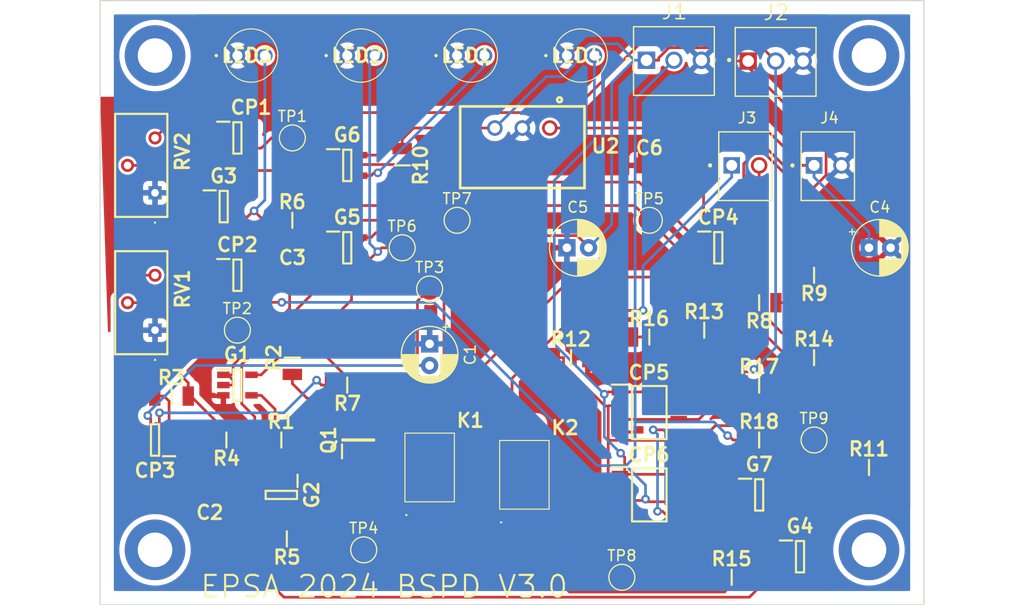
<source format=kicad_pcb>
(kicad_pcb (version 20240108) (generator "pcbnew") (generator_version "8.0")
  (layers (0 "F.Cu" signal) (31 "B.Cu" signal) (34 "B.Paste" user) (35 "F.Paste" user) (36 "B.SilkS" user "B.Silkscreen") (37 "F.SilkS" user "F.Silkscreen") (38 "B.Mask" user) (39 "F.Mask" user) (44 "Edge.Cuts" user))
  (net 0 "")
  (net 1 "GND")
  (net 2 "Net-(CP3-IN+)")
  (net 3 "Net-(CP3-IN-)")
  (net 4 "Net-(CP4-IN+)")
  (net 5 "+12V")
  (net 6 "+5V")
  (net 7 "Net-(CP1-IN-)")
  (net 8 "Current Sensor")
  (net 9 "Net-(CP1-OUT)")
  (net 10 "Net-(CP2-IN-)")
  (net 11 "BPS signal")
  (net 12 "Net-(CP2-OUT)")
  (net 13 "Net-(CP3-OUT)")
  (net 14 "Net-(CP4-OUT)")
  (net 15 "Net-(CP4-IN-)")
  (net 16 "SCS Check")
  (net 17 "0.75V")
  (net 18 "4.2V")
  (net 19 "Intput w{slash} 50msdelay")
  (net 20 "Net-(G1-Pad4)")
  (net 21 "BSPD out")
  (net 22 "Net-(G2-Pad4)")
  (net 23 "Net-(LED3-A)")
  (net 24 "Net-(G4-Pad4)")
  (net 25 "Net-(G7-Pad4)")
  (net 26 "SC out")
  (net 27 "SC in")
  (net 28 "SCS relay")
  (net 29 "Net-(K1-+_CONTROL)")
  (net 30 "Net-(K2-+_CONTROL)")
  (net 31 "Net-(Q1-Pad3)")
  (net 32 "/4.25V")
  (footprint "MountingHole:MountingHole_3.2mm_M3_DIN965_Pad" (layer "F.Cu") (at 88.9 66.04)
    (property "Reference" "M4" (hide yes))
    (property "Value" "MountingHole_3.2mm_M3_DIN965_Pad")
  )
  (footprint "EPSA_lib:RESC3216X70N" (layer "F.Cu") (at 35.052 65.024 180)
    (property "Reference" "R5")
    (property "Value" "470" (hide yes))
  )
  (footprint "MountingHole:MountingHole_3.2mm_M3_DIN965_Pad" (layer "F.Cu") (at 22.86 66.04)
    (property "Reference" "M3" (hide yes))
    (property "Value" "MountingHole_3.2mm_M3_DIN965_Pad")
  )
  (footprint "EPSA_lib:SOT95P280X145-5N" (layer "F.Cu") (at 40.64 30.48)
    (property "Reference" "G6")
    (property "Value" "Gate AND SN74AHCT1G08DBVR" (hide yes))
  )
  (footprint "EPSA_lib:RESC3216X70N" (layer "F.Cu") (at 83.82 48.26)
    (property "Reference" "R14")
    (property "Value" "82K" (hide yes))
  )
  (footprint "TestPoint:TestPoint_Pad_D2.0mm" (layer "F.Cu") (at 35.56 27.94)
    (property "Reference" "TP1")
    (property "Value" "type=\"R\" model=\"TestPoint\" lib=\"\"" (hide yes))
  )
  (footprint "EPSA_lib:SOT95P280X145-5N" (layer "F.Cu") (at 22.86 55.88 180)
    (property "Reference" "CP3")
    (property "Value" "Comparateur TS391ILT" (hide yes))
  )
  (footprint "EPSA_lib:SOT95P280X145-5N" (layer "F.Cu") (at 74.96 38.1)
    (property "Reference" "CP4")
    (property "Value" "Comparateur TS391ILT" (hide yes))
  )
  (footprint "EPSA_lib:RESC3216X70N" (layer "F.Cu") (at 24.384 51.816)
    (property "Reference" "R3")
    (property "Value" "10k" (hide yes))
  )
  (footprint "EPSA_lib:SOT95P280X145-5N" (layer "F.Cu") (at 30.48 40.64)
    (property "Reference" "CP2")
    (property "Value" "Comparateur TS391ILT" (hide yes))
  )
  (footprint "EPSA_lib:SOT95P280X145-5N" (layer "F.Cu") (at 34.544 60.96 -90)
    (property "Reference" "G2")
    (property "Value" "Gate NAND SN74AHCT1G00DBVR" (hide yes))
  )
  (footprint "EPSA_lib:SOT95P280X145-5N" (layer "F.Cu") (at 30.48 27.94)
    (property "Reference" "CP1")
    (property "Value" "Comparateur TS391ILT" (hide yes))
  )
  (footprint "Capacitor_THT:CP_Radial_D5.0mm_P2.00mm" (layer "F.Cu") (at 48.26 46.99 -90)
    (property "Reference" "C1")
    (property "Value" "10u")
  )
  (footprint "EPSA_lib:SOT95P280X145-5N" (layer "F.Cu") (at 29.21 34.29)
    (property "Reference" "G3")
    (property "Value" "Gate AND SN74AHCT1G08DBVR" (hide yes))
  )
  (footprint "EPSA_lib:4302H55V" (layer "F.Cu") (at 40.64 20.32)
    (property "Reference" "LED2")
    (property "Value" "LED 5mm" (hide yes))
  )
  (footprint "EPSA_lib:RESC3216X70N" (layer "F.Cu") (at 35.56 35.56)
    (property "Reference" "R6")
    (property "Value" "1M" (hide yes))
  )
  (footprint "EPSA_lib:RESC3216X70N" (layer "F.Cu") (at 45.72 30.48 -90)
    (property "Reference" "R10")
    (property "Value" "47k" (hide yes))
  )
  (footprint "EPSA_lib:TSR-0.5-2433" (layer "F.Cu") (at 62.5845 25.024 180)
    (property "Reference" "U2")
    (property "Value" "Alim LP TSR_0.5-2450" (hide yes))
  )
  (footprint "EPSA_lib:SOT95P280X145-5N" (layer "F.Cu") (at 40.64 38.1)
    (property "Reference" "G5")
    (property "Value" "Gate OR SN74AHCT1G32DBVR" (hide yes))
  )
  (footprint "EPSA_lib:3296Y1223LF" (layer "F.Cu") (at 22.86 33.02)
    (property "Reference" "RV2")
    (property "Value" "Varystor 3296Y-1-223LF" (hide yes))
  )
  (footprint "Capacitor_THT:CP_Radial_D5.0mm_P2.00mm" (layer "F.Cu") (at 60.96 38.1)
    (property "Reference" "C5")
    (property "Value" "10u")
  )
  (footprint "EPSA_lib:4302H55V" (layer "F.Cu") (at 50.8 20.32)
    (property "Reference" "LED1")
    (property "Value" "LED 5mm" (hide yes))
  )
  (footprint "EPSA_lib:RESC3216X70N" (layer "F.Cu") (at 29.464 55.88 180)
    (property "Reference" "R4")
    (property "Value" "56k" (hide yes))
  )
  (footprint "MountingHole:MountingHole_3.2mm_M3_DIN965_Pad" (layer "F.Cu") (at 22.86 20.32)
    (property "Reference" "M1" (hide yes))
    (property "Value" "MountingHole_3.2mm_M3_DIN965_Pad")
  )
  (footprint "EPSA_lib:RESC3216X70N" (layer "F.Cu") (at 78.74 50.8)
    (property "Reference" "R17")
    (property "Value" "470k" (hide yes))
  )
  (footprint "EPSA_lib:MOLEX_22-11-2022" (layer "F.Cu") (at 83.82 30.48)
    (property "Reference" "J4")
    (property "Value" "2P Droit 2-11-2022")
  )
  (footprint "EPSA_lib:SOT95P280X145-5N" (layer "F.Cu") (at 78.74 60.96)
    (property "Reference" "G7")
    (property "Value" "Gate NAND SN74AHCT1G00DBVR" (hide yes))
  )
  (footprint "EPSA_lib:MOLEX_22-11-2032" (layer "F.Cu") (at 77.724 20.828)
    (property "Reference" "J2")
    (property "Value" "3P Droit 22-11-2032")
  )
  (footprint "TestPoint:TestPoint_Pad_D2.0mm" (layer "F.Cu") (at 83.82 55.88)
    (property "Reference" "TP9")
    (property "Value" "type=\"R\" model=\"TestPoint\" lib=\"\"" (hide yes))
  )
  (footprint "EPSA_lib:RESC3216X70N" (layer "F.Cu") (at 34.544 55.88)
    (property "Reference" "R1")
    (property "Value" "200" (hide yes))
  )
  (footprint "EPSA_lib:RESC3216X70N" (layer "F.Cu") (at 68.58 46.355)
    (property "Reference" "R16")
    (property "Value" "47k" (hide yes))
  )
  (footprint "EPSA_lib:RESC3216X70N" (layer "F.Cu") (at 83.82 40.64 180)
    (property "Reference" "R9")
    (property "Value" "47k" (hide yes))
  )
  (footprint "TestPoint:TestPoint_Pad_D2.0mm" (layer "F.Cu") (at 45.72 38.1)
    (property "Reference" "TP6")
    (property "Value" "type=\"R\" model=\"TestPoint\" lib=\"\"" (hide yes))
  )
  (footprint "MountingHole:MountingHole_3.2mm_M3_DIN965_Pad" (layer "F.Cu") (at 88.9 20.32)
    (property "Reference" "M2" (hide yes))
    (property "Value" "MountingHole_3.2mm_M3_DIN965_Pad")
  )
  (footprint "EPSA_lib:RESC3216X70N" (layer "F.Cu") (at 73.66 45.72)
    (property "Reference" "R13")
    (property "Value" "12K" (hide yes))
  )
  (footprint "TestPoint:TestPoint_Pad_D2.0mm" (layer "F.Cu") (at 30.48 45.72)
    (property "Reference" "TP2")
    (property "Value" "type=\"R\" model=\"TestPoint\" lib=\"\"" (hide yes))
  )
  (footprint "EPSA_lib:RESC3216X70N" (layer "F.Cu") (at 88.9 58.42)
    (property "Reference" "R11")
    (property "Value" "82K" (hide yes))
  )
  (footprint "EPSA_lib:CAPC2012X130N" (layer "F.Cu") (at 27.94 60.96 180)
    (property "Reference" "C2")
    (property "Value" "10n" (hide yes))
  )
  (footprint "EPSA_lib:RESC3216X70N" (layer "F.Cu") (at 76.2 68.58)
    (property "Reference" "R15")
    (property "Value" "470" (hide yes))
  )
  (footprint "EPSA_lib:RESC3216X70N" (layer "F.Cu") (at 61.34 48.26)
    (property "Reference" "R12")
    (property "Value" "12K" (hide yes))
  )
  (footprint "EPSA_lib:4302H55V" (layer "F.Cu") (at 30.48 20.32)
    (property "Reference" "LED3")
    (property "Value" "LED 5mm" (hide yes))
  )
  (footprint "EPSA_lib:RESC3216X70N" (layer "F.Cu") (at 78.74 55.88)
    (property "Reference" "R18")
    (property "Value" "470k" (hide yes))
  )
  (footprint "TestPoint:TestPoint_Pad_D2.0mm" (layer "F.Cu") (at 42.164 66.04)
    (property "Reference" "TP4")
    (property "Value" "type=\"R\" model=\"TestPoint\" lib=\"\"" (hide yes))
  )
  (footprint "EPSA_lib:SOT95P237X112-3N" (layer "F.Cu") (at 41.656 55.88 90)
    (property "Reference" "Q1")
    (property "Value" "PMOS SI2343CDS-T1-GE3" (hide yes))
  )
  (footprint "EPSA_lib:CPC1394GR" (layer "F.Cu") (at 48.26 58.42)
    (property "Reference" "K1")
    (property "Value" "SSR CPC1394GR" (hide yes))
  )
  (footprint "EPSA_lib:SOT95P280X145-5N" (layer "F.Cu") (at 30.48 50.8)
    (property "Reference" "G1")
    (property "Value" "Gate NAND SN74AHCT1G00DBVR" (hide yes))
  )
  (footprint "EPSA_lib:SOT95P280X145-5N" (layer "F.Cu") (at 82.52 66.675)
    (property "Reference" "G4")
    (property "Value" "Gate NAND SN74AHCT1G00DBVR" (hide yes))
  )
  (footprint "EPSA_lib:CAPC2012X130N" (layer "F.Cu") (at 35.56 40.64)
    (property "Reference" "C3")
    (property "Value" "1u" (hide yes))
  )
  (footprint "Capacitor_THT:CP_Radial_D5.0mm_P2.00mm" (layer "F.Cu") (at 88.9 38.1)
    (property "Reference" "C4")
    (property "Value" "10u")
  )
  (footprint "EPSA_lib:CAPC2012X130N" (layer "F.Cu") (at 68.58 30.48)
    (property "Reference" "C6")
    (property "Value" "0.1u" (hide yes))
  )
  (footprint "EPSA_lib:MOLEX_22-11-2032" (layer "F.Cu") (at 68.317 20.753)
    (property "Reference" "J1")
    (property "Value" "3P Droit 22-11-2032")
  )
  (footprint "EPSA_lib:SOIC127P600X175-8N" (layer "F.Cu") (at 68.58 53.34)
    (property "Reference" "CP5")
    (property "Value" "Comparateur Double LM393LVDR" (hide yes))
  )
  (footprint "TestPoint:TestPoint_Pad_D2.0mm" (layer "F.Cu") (at 48.26 41.91)
    (property "Reference" "TP3")
    (property "Value" "type=\"R\" model=\"TestPoint\" lib=\"\"" (hide yes))
  )
  (footprint "TestPoint:TestPoint_Pad_D2.0mm" (layer "F.Cu") (at 66.04 68.58)
    (property "Reference" "TP8")
    (property "Value" "type=\"R\" model=\"TestPoint\" lib=\"\"" (hide yes))
  )
  (footprint "TestPoint:TestPoint_Pad_D2.0mm" (layer "F.Cu") (at 68.58 35.56)
    (property "Reference" "TP5")
    (property "Value" "type=\"R\" model=\"TestPoint\" lib=\"\"" (hide yes))
  )
  (footprint "EPSA_lib:RESC3216X70N" (layer "F.Cu") (at 78.74 43.18 180)
    (property "Reference" "R8")
    (property "Value" "10k" (hide yes))
  )
  (footprint "TestPoint:TestPoint_Pad_D2.0mm" (layer "F.Cu") (at 50.8 35.56)
    (property "Reference" "TP7")
    (property "Value" "type=\"R\" model=\"TestPoint\" lib=\"\"" (hide yes))
  )
  (footprint "EPSA_lib:3296Y1223LF" (layer "F.Cu") (at 22.86 45.72)
    (property "Reference" "RV1")
    (property "Value" "Varystor 3296Y-1-223LF" (hide yes))
  )
  (footprint "EPSA_lib:RESC3216X70N" (layer "F.Cu") (at 35.56 48.26 90)
    (property "Reference" "R2")
    (property "Value" "1M" (hide yes))
  )
  (footprint "EPSA_lib:SOIC127P600X175-8N" (layer "F.Cu") (at 68.58 60.96)
    (property "Reference" "CP6")
    (property "Value" "Comparateur Double LM393LVDR" (hide yes))
  )
  (footprint "EPSA_lib:MOLEX_22-11-2022" (layer "F.Cu") (at 76.2 30.48)
    (property "Reference" "J3")
    (property "Value" "2P Droit 2-11-2022")
  )
  (footprint "EPSA_lib:CPC1394GR" (layer "F.Cu") (at 57.023 59.1)
    (property "Reference" "K2")
    (property "Value" "SSR CPC1394GR" (hide yes))
  )
  (footprint "EPSA_lib:RESC3216X70N" (layer "F.Cu") (at 40.64 50.8 180)
    (property "Reference" "R7")
    (property "Value" "10k" (hide yes))
  )
  (footprint "EPSA_lib:4302H55V" (layer "F.Cu") (at 60.96 20.32)
    (property "Reference" "LED4")
    (property "Value" "LED 5mm" (hide yes))
  )
  (gr_rect (start 17.78 15.24) (end 93.98 71.12) (stroke (width 0.1)) (fill none) (layer "Edge.Cuts"))
  (gr_text "EPSA 2024 BSPD V3.0" (at 26.924 70.612 0) (layer "F.SilkS") (effects (font (size 2 2) (thickness 0.2)) (justify left bottom)))
  (segment (start 44.095 52.0267) (end 47.1317 48.99) (width 0.25) (layer "F.Cu") (net 2))
  (segment (start 47.1317 48.99) (end 47.1317 43.0383) (width 0.25) (layer "F.Cu") (net 2))
  (segment (start 42.606 56.93) (end 42.606 55.9533) (width 0.25) (layer "F.Cu") (net 2))
  (segment (start 42.606 52.0267) (end 42.606 55.9533) (width 0.25) (layer "F.Cu") (net 2))
  (segment (start 47.1317 48.99) (end 48.26 48.99) (width 0.25) (layer "F.Cu") (net 2))
  (segment (start 42.606 52.0267) (end 44.095 52.0267) (width 0.25) (layer "F.Cu") (net 2))
  (segment (start 21.56 54.93) (end 22.4617 54.93) (width 0.25) (layer "F.Cu") (net 2))
  (segment (start 22.1878 53.6275) (end 22.4617 53.9014) (width 0.25) (layer "F.Cu") (net 2))
  (segment (start 22.4617 53.9014) (end 22.4617 54.93) (width 0.25) (layer "F.Cu") (net 2))
  (segment (start 36.925 52.0267) (end 42.606 52.0267) (width 0.25) (layer "F.Cu") (net 2))
  (segment (start 35.56 50.6617) (end 36.925 52.0267) (width 0.25) (layer "F.Cu") (net 2))
  (segment (start 35.56 49.81) (end 35.56 50.6617) (width 0.25) (layer "F.Cu") (net 2))
  (segment (start 47.1317 43.0383) (end 48.26 41.91) (width 0.25) (layer "F.Cu") (net 2))
  (via (at 22.1878 53.6275) (size 0.8) (drill 0.4) (layers "F.Cu" "B.Cu") (net 2))
  (segment (start 22.1878 53.4001) (end 22.1878 53.6275) (width 0.25) (layer "B.Cu") (net 2))
  (segment (start 26.5979 48.99) (end 22.1878 53.4001) (width 0.25) (layer "B.Cu") (net 2))
  (segment (start 48.26 48.99) (end 26.5979 48.99) (width 0.25) (layer "B.Cu") (net 2))
  (segment (start 24.16 54.93) (end 26.1123 54.93) (width 0.25) (layer "F.Cu") (net 3))
  (segment (start 27.914 55.88) (end 27.0623 55.88) (width 0.25) (layer "F.Cu") (net 3))
  (segment (start 27.12 60.96) (end 27.12 57.9007) (width 0.25) (layer "F.Cu") (net 3))
  (segment (start 27.914 55.88) (end 27.914 57.1067) (width 0.25) (layer "F.Cu") (net 3))
  (segment (start 26.1123 54.93) (end 27.0623 55.88) (width 0.25) (layer "F.Cu") (net 3))
  (segment (start 24.16 54.93) (end 24.16 52.2903) (width 0.25) (layer "F.Cu") (net 3))
  (segment (start 24.16 52.2903) (end 23.6857 51.816) (width 0.25) (layer "F.Cu") (net 3))
  (segment (start 22.834 51.816) (end 23.6857 51.816) (width 0.25) (layer "F.Cu") (net 3))
  (segment (start 27.12 57.9007) (end 27.914 57.1067) (width 0.25) (layer "F.Cu") (net 3))
  (segment (start 39.3266 34.1951) (end 67.2151 34.1951) (width 0.25) (layer "F.Cu") (net 4))
  (segment (start 72.6967 39.6767) (end 74.7316 39.6767) (width 0.25) (layer "F.Cu") (net 4))
  (segment (start 68.58 35.56) (end 72.6967 39.6767) (width 0.25) (layer "F.Cu") (net 4))
  (segment (start 67.2151 34.1951) (end 68.58 35.56) (width 0.25) (layer "F.Cu") (net 4))
  (segment (start 74.7316 39.6767) (end 75.3583 39.05) (width 0.25) (layer "F.Cu") (net 4))
  (segment (start 34.74 40.64) (end 34.74 39.1567) (width 0.25) (layer "F.Cu") (net 4))
  (segment (start 37.9617 35.56) (end 39.3266 34.1951) (width 0.25) (layer "F.Cu") (net 4))
  (segment (start 76.26 39.05) (end 75.3583 39.05) (width 0.25) (layer "F.Cu") (net 4))
  (segment (start 37.11 35.56) (end 37.9617 35.56) (width 0.25) (layer "F.Cu") (net 4))
  (segment (start 37.11 35.56) (end 37.11 36.7867) (width 0.25) (layer "F.Cu") (net 4))
  (segment (start 34.74 39.1567) (end 37.11 36.7867) (width 0.25) (layer "F.Cu") (net 4))
  (segment (start 83.82 30.48) (end 82.7283 30.48) (width 0.25) (layer "F.Cu") (net 5))
  (segment (start 79.2723 27.024) (end 59.3745 27.024) (width 0.25) (layer "F.Cu") (net 5))
  (segment (start 82.7283 30.48) (end 79.2723 27.024) (width 0.25) (layer "F.Cu") (net 5))
  (segment (start 88.9 36.6517) (end 88.9 38.1) (width 0.25) (layer "B.Cu") (net 5))
  (segment (start 83.82 30.48) (end 83.82 31.5717) (width 0.25) (layer "B.Cu") (net 5))
  (segment (start 83.82 31.5717) (end 88.9 36.6517) (width 0.25) (layer "B.Cu") (net 5))
  (segment (start 83.1411 32.6047) (end 83.1411 44.7509) (width 0.25) (layer "F.Cu") (net 6))
  (segment (start 30.51 33.34) (end 30.4084 33.34) (width 0.25) (layer "F.Cu") (net 6))
  (segment (start 40.4116 28.9033) (end 41.0383 29.53) (width 0.25) (layer "F.Cu") (net 6))
  (segment (start 21.526 40.64) (end 19.3755 42.7905) (width 0.25) (layer "F.Cu") (net 6))
  (segment (start 75.3608 19.5965) (end 76.5923 20.828) (width 0.25) (layer "F.Cu") (net 6))
  (segment (start 29.597 38.4087) (end 30.8783 39.69) (width 0.25) (layer "F.Cu") (net 6))
  (segment (start 70.393 19.5965) (end 75.3608 19.5965) (width 0.25) (layer "F.Cu") (net 6))
  (segment (start 86.4983 58.42) (end 84.9083 60.01) (width 0.25) (layer "F.Cu") (net 6))
  (segment (start 84.9308 28.6006) (end 84.9308 31.3814) (width 0.25) (layer "F.Cu") (net 6))
  (segment (start 24.8191 49.4743) (end 23.7089 50.5845) (width 0.25) (layer "F.Cu") (net 6))
  (segment (start 46.7743 27.024) (end 45.72 28.0783) (width 0.25) (layer "F.Cu") (net 6))
  (segment (start 41.0383 38.5026) (end 41.0383 42.92) (width 0.25) (layer "F.Cu") (net 6))
  (segment (start 73.5984 30.48) (end 70.2617 30.48) (width 0.25) (layer "F.Cu") (net 6))
  (segment (start 84.7217 60.01) (end 80.9417 60.01) (width 0.25) (layer "F.Cu") (net 6))
  (segment (start 69.4487 20.5408) (end 70.393 19.5965) (width 0.25) (layer "F.Cu") (net 6))
  (segment (start 83.1411 32.6047) (end 79.4164 28.88) (width 0.25) (layer "F.Cu") (net 6))
  (segment (start 45.72 28.93) (end 44.4933 28.93) (width 0.25) (layer "F.Cu") (net 6))
  (segment (start 35.56 46.71) (end 35.56 47.5617) (width 0.25) (layer "F.Cu") (net 6))
  (segment (start 25.934 51.583) (end 29.7574 55.4064) (width 0.25) (layer "F.Cu") (net 6))
  (segment (start 45.72 28.93) (end 45.72 28.0783) (width 0.25) (layer "F.Cu") (net 6))
  (segment (start 71.291 51.435) (end 72.3817 51.435) (width 0.25) (layer "F.Cu") (net 6))
  (segment (start 62.96 38.0279) (end 61.9054 36.9733) (width 0.25) (layer "F.Cu") (net 6))
  (segment (start 31.78 39.69) (end 30.8783 39.69) (width 0.25) (layer "F.Cu") (net 6))
  (segment (start 43.8933 29.53) (end 44.4933 28.93) (width 0.25) (layer "F.Cu") (net 6))
  (segment (start 22.1503 50.5845) (end 20.6583 52.0765) (width 0.25) (layer "F.Cu") (net 6))
  (segment (start 31.4117 31.0502) (end 31.5064 30.9555) (width 0.25) (layer "F.Cu") (net 6))
  (segment (start 30.51 33.34) (end 31.4117 33.34) (width 0.25) (layer "F.Cu") (net 6))
  (segment (start 37.7012 28.9033) (end 40.4116 28.9033) (width 0.25) (layer "F.Cu") (net 6))
  (segment (start 72.11 45.72) (end 72.11 46.9467) (width 0.25) (layer "F.Cu") (net 6))
  (segment (start 41.94 37.15) (end 42.3909 37.15) (width 0.25) (layer "F.Cu") (net 6))
  (segment (start 35.56 47.5617) (end 34.97 47.5617) (width 0.25) (layer "F.Cu") (net 6))
  (segment (start 72.3817 47.2184) (end 72.11 46.9467) (width 0.25) (layer "F.Cu") (net 6))
  (segment (start 71.9442 45.1283) (end 69.1084 45.1283) (width 0.25) (layer "F.Cu") (net 6))
  (segment (start 49.4131 36.7131) (end 43.2786 36.7131) (width 0.25) (layer "F.Cu") (net 6))
  (segment (start 19.3755 47.8097) (end 22.1503 50.5845) (width 0.25) (layer "F.Cu") (net 6))
  (segment (start 29.7574 55.4064) (end 29.7574 57.8344) (width 0.25) (layer "F.Cu") (net 6))
  (segment (start 75.1984 28.88) (end 73.5984 30.48) (width 0.25) (layer "F.Cu") (net 6))
  (segment (start 29.7574 57.8344) (end 33.2813 61.3583) (width 0.25) (layer "F.Cu") (net 6))
  (segment (start 25.934 51.816) (end 25.934 51.583) (width 0.25) (layer "F.Cu") (net 6))
  (segment (start 41.94 29.53) (end 43.8933 29.53) (width 0.25) (layer "F.Cu") (net 6))
  (segment (start 20.6583 52.0765) (end 20.6583 56.83) (width 0.25) (layer "F.Cu") (net 6))
  (segment (start 87.35 58.42) (end 86.4983 58.42) (width 0.25) (layer "F.Cu") (net 6))
  (segment (start 43.2786 36.7131) (end 42.8417 37.15) (width 0.25) (layer "F.Cu") (net 6))
  (segment (start 31.4117 33.34) (end 31.4117 31.0502) (width 0.25) (layer "F.Cu") (net 6))
  (segment (start 68.317 20.753) (end 69.4487 20.753) (width 0.25) (layer "F.Cu") (net 6))
  (segment (start 72.3817 51.435) (end 72.3817 47.2184) (width 0.25) (layer "F.Cu") (net 6))
  (segment (start 80.04 60.01) (end 79.1383 60.01) (width 0.25) (layer "F.Cu") (net 6))
  (segment (start 35.649 30.9555) (end 37.7012 28.9033) (width 0.25) (layer "F.Cu") (net 6))
  (segment (start 89.4434 59.6617) (end 91.0968 59.6617) (width 0.25) (layer "F.Cu") (net 6))
  (segment (start 25.934 51.583) (end 25.934 50.5893) (width 0.25) (layer "F.Cu") (net 6))
  (segment (start 30.8783 39.69) (end 30.8783 43.4151) (width 0.25) (layer "F.Cu") (net 6))
  (segment (start 41.0383 42.92) (end 37.2483 46.71) (width 0.25) (layer "F.Cu") (net 6))
  (segment (start 41.3383 50.8) (end 37.2483 46.71) (width 0.25) (layer "F.Cu") (net 6))
  (segment (start 91.0968 59.6617) (end 91.3017 59.4568) (width 0.25) (layer "F.Cu") (net 6))
  (segment (start 83.1364 47.9471) (end 83.1364 47.1852) (width 0.25) (layer "F.Cu") (net 6))
  (segment (start 34.97 47.5617) (end 32.6817 49.85) (width 0.25) (layer "F.Cu") (net 6))
  (segment (start 83.1364 47.1852) (end 81.9216 45.9704) (width 0.25) (layer "F.Cu") (net 6))
  (segment (start 21.56 56.83) (end 20.6583 56.83) (width 0.25) (layer "F.Cu") (net 6))
  (segment (start 54.2945 27.024) (end 46.7743 27.024) (width 0.25) (layer "F.Cu") (net 6))
  (segment (start 42.19 50.8) (end 41.3383 50.8) (width 0.25) (layer "F.Cu") (net 6))
  (segment (start 77.19 43.18) (end 75.5017 43.18) (width 0.25) (layer "F.Cu") (net 6))
  (segment (start 33.2813 61.3583) (end 35.494 61.3583) (width 0.25) (layer "F.Cu") (net 6))
  (segment (start 77.1582 20.828) (end 84.9308 28.6006) (width 0.25) (layer "F.Cu") (net 6))
  (segment (start 83.82 65.725) (end 84.7217 65.725) (width 0.25) (layer "F.Cu") (net 6))
  (segment (start 69.4487 20.753) (end 69.4487 20.5408) (width 0.25) (layer "F.Cu") (net 6))
  (segment (start 41.94 29.53) (end 41.0383 29.53) (width 0.25) (layer "F.Cu") (net 6))
  (segment (start 77.1582 20.828) (end 76.5923 20.828) (width 0.25) (layer "F.Cu") (net 6))
  (segment (start 22.86 27.94) (end 24.4624 26.3376) (width 0.25) (layer "F.Cu") (net 6))
  (segment (start 22.86 40.64) (end 21.526 40.64) (width 0.25) (layer "F.Cu") (net 6))
  (segment (start 78.1833 59.055) (end 79.1383 60.01) (width 0.25) (layer "F.Cu") (net 6))
  (segment (start 84.9308 31.3814) (end 83.7075 32.6047) (width 0.25) (layer "F.Cu") (net 6))
  (segment (start 77.19 43.18) (end 78.0417 43.18) (width 0.25) (layer "F.Cu") (net 6))
  (segment (start 69.1084 45.1283) (end 67.8817 46.355) (width 0.25) (layer "F.Cu") (net 6))
  (segment (start 72.11 45.72) (end 72.5359 45.72) (width 0.25) (layer "F.Cu") (net 6))
  (segment (start 62.96 38.1) (end 62.96 38.0279) (width 0.25) (layer "F.Cu") (net 6))
  (segment (start 91.3017 59.4568) (end 91.3017 56.1124) (width 0.25) (layer "F.Cu") (net 6))
  (segment (start 31.78 26.99) (end 30.8783 26.99) (width 0.25) (layer "F.Cu") (net 6))
  (segment (start 73.5984 35.3901) (end 75.3583 37.15) (width 0.25) (layer "F.Cu") (net 6))
  (segment (start 31.5064 30.9555) (end 35.649 30.9555) (width 0.25) (layer "F.Cu") (net 6))
  (segment (start 79.4164 28.88) (end 75.1984 28.88) (width 0.25) (layer "F.Cu") (net 6))
  (segment (start 42.3909 37.15) (end 41.0383 38.5026) (width 0.25) (layer "F.Cu") (net 6))
  (segment (start 30.4084 33.34) (end 29.597 34.1514) (width 0.25) (layer "F.Cu") (net 6))
  (segment (start 80.8321 45.9704) (end 78.0417 43.18) (width 0.25) (layer "F.Cu") (net 6))
  (segment (start 30.2259 26.3376) (end 30.8783 26.99) (width 0.25) (layer "F.Cu") (net 6))
  (segment (start 42.3909 37.15) (end 42.8417 37.15) (width 0.25) (layer "F.Cu") (net 6))
  (segment (start 71.291 59.055) (end 78.1833 59.055) (width 0.25) (layer "F.Cu") (net 6))
  (segment (start 84.7217 60.01) (end 84.7217 65.725) (width 0.25) (layer "F.Cu") (net 6))
  (segment (start 61.9054 36.9733) (end 49.6733 36.9733) (width 0.25) (layer "F.Cu") (net 6))
  (segment (start 19.3755 42.7905) (end 19.3755 47.8097) (width 0.25) (layer "F.Cu") (net 6))
  (segment (start 83.1411 44.7509) (end 81.9216 45.9704) (width 0.25) (layer "F.Cu") (net 6))
  (segment (start 30.8783 43.4151) (end 24.8191 49.4743) (width 0.25) (layer "F.Cu") (net 6))
  (segment (start 49.6733 36.9733) (end 49.4131 36.7131) (width 0.25) (layer "F.Cu") (net 6))
  (segment (start 35.494 62.26) (end 35.494 61.3583) (width 0.25) (layer "F.Cu") (net 6))
  (segment (start 80.04 60.01) (end 80.9417 60.01) (width 0.25) (layer "F.Cu") (net 6))
  (segment (start 73.5984 30.48) (end 73.5984 35.3901) (width 0.25) (layer "F.Cu") (net 6))
  (segment (start 91.3017 56.1124) (end 83.1364 47.9471) (width 0.25) (layer "F.Cu") (net 6))
  (segment (start 88.2017 58.42) (end 89.4434 59.6617) (width 0.25) (layer "F.Cu") (net 6))
  (segment (start 76.26 37.15) (end 75.3583 37.15) (width 0.25) (layer "F.Cu") (net 6))
  (segment (start 87.35 58.42) (end 88.2017 58.42) (width 0.25) (layer "F.Cu") (net 6))
  (segment (start 23.7089 50.5845) (end 22.1503 50.5845) (width 0.25) (layer "F.Cu") (net 6))
  (segment (start 77.724 20.828) (end 77.1582 20.828) (width 0.25) (layer "F.Cu") (net 6))
  (segment (start 72.5359 45.72) (end 72.9617 45.72) (width 0.25) (layer "F.Cu") (net 6))
  (segment (start 84.9083 60.01) (end 84.7217 60.01) (width 0.25) (layer "F.Cu") (net 6))
  (segment (start 30.8783 30.3274) (end 30.8783 26.99) (width 0.25) (layer "F.Cu") (net 6))
  (segment (start 72.5359 45.72) (end 71.9442 45.1283) (width 0.25) (layer "F.Cu") (net 6))
  (segment (start 37.2483 46.71) (end 35.56 46.71) (width 0.25) (layer "F.Cu") (net 6))
  (segment (start 24.4624 26.3376) (end 30.2259 26.3376) (width 0.25) (layer "F.Cu") (net 6))
  (segment (start 81.9216 45.9704) (end 80.8321 45.9704) (width 0.25) (layer "F.Cu") (net 6))
  (segment (start 75.5017 43.18) (end 72.9617 45.72) (width 0.25) (layer "F.Cu") (net 6))
  (segment (start 69.4 30.48) (end 70.2617 30.48) (width 0.25) (layer "F.Cu") (net 6))
  (segment (start 83.7075 32.6047) (end 83.1411 32.6047) (width 0.25) (layer "F.Cu") (net 6))
  (segment (start 31.5064 30.9555) (end 30.8783 30.3274) (width 0.25) (layer "F.Cu") (net 6))
  (segment (start 29.597 34.1514) (end 29.597 38.4087) (width 0.25) (layer "F.Cu") (net 6))
  (segment (start 67.03 46.355) (end 67.8817 46.355) (width 0.25) (layer "F.Cu") (net 6))
  (segment (start 24.8191 49.4743) (end 25.934 50.5893) (width 0.25) (layer "F.Cu") (net 6))
  (segment (start 31.78 49.85) (end 32.6817 49.85) (width 0.25) (layer "F.Cu") (net 6))
  (segment (start 54.2945 27.024) (end 59.0467 22.2718) (width 0.25) (layer "B.Cu") (net 6))
  (segment (start 63.044 19.2331) (end 65.6654 19.2331) (width 0.25) (layer "B.Cu") (net 6))
  (segment (start 60.5036 22.2718) (end 62.23 20.5454) (width 0.25) (layer "B.Cu") (net 6))
  (segment (start 62.23 20.0471) (end 63.044 19.2331) (width 0.25) (layer "B.Cu") (net 6))
  (segment (start 62.96 38.1) (end 65.0974 35.9626) (width 0.25) (layer "B.Cu") (net 6))
  (segment (start 65.6654 19.2331) (end 67.1853 20.753) (width 0.25) (layer "B.Cu") (net 6))
  (segment (start 62.23 20.5454) (end 62.23 20.0471) (width 0.25) (layer "B.Cu") (net 6))
  (segment (start 59.0467 22.2718) (end 60.5036 22.2718) (width 0.25) (layer "B.Cu") (net 6))
  (segment (start 68.317 20.753) (end 67.1853 20.753) (width 0.25) (layer "B.Cu") (net 6))
  (segment (start 65.0974 35.9626) (end 65.0974 22.8409) (width 0.25) (layer "B.Cu") (net 6))
  (segment (start 65.0974 22.8409) (end 67.1853 20.753) (width 0.25) (layer "B.Cu") (net 6))
  (segment (start 20.32 30.48) (end 26.6883 30.48) (width 0.25) (layer "F.Cu") (net 7))
  (segment (start 26.6883 30.48) (end 28.2783 28.89) (width 0.25) (layer "F.Cu") (net 7))
  (segment (start 29.18 28.89) (end 28.2783 28.89) (width 0.25) (layer "F.Cu") (net 7))
  (segment (start 37.9058 25.5942) (end 35.56 27.94) (width 0.25) (layer "F.Cu") (net 8))
  (segment (start 78.556 19.12) (end 67.806 19.12) (width 0.25) (layer "F.Cu") (net 8))
  (segment (start 77.19 50.8) (end 77.19 49.5733) (width 0.25) (layer "F.Cu") (net 8))
  (segment (start 73.1633 53.975) (end 76.3383 50.8) (width 0.25) (layer "F.Cu") (net 8))
  (segment (start 77.19 50.8) (end 76.3383 50.8) (width 0.25) (layer "F.Cu") (net 8))
  (segment (start 35.56 27.94) (end 33.6317 27.94) (width 0.25) (layer "F.Cu") (net 8))
  (segment (start 61.3318 25.5942) (end 37.9058 25.5942) (width 0.25) (layer "F.Cu") (net 8))
  (segment (start 77.19 49.5733) (end 78.0297 49.5733) (width 0.25) (layer "F.Cu") (net 8))
  (segment (start 31.78 28.89) (end 32.6817 28.89) (width 0.25) (layer "F.Cu") (net 8))
  (segment (start 33.6317 27.94) (end 32.6817 28.89) (width 0.25) (layer "F.Cu") (net 8))
  (segment (start 80.264 20.828) (end 78.556 19.12) (width 0.25) (layer "F.Cu") (net 8))
  (segment (start 71.291 53.975) (end 73.1633 53.975) (width 0.25) (layer "F.Cu") (net 8))
  (segment (start 67.806 19.12) (end 61.3318 25.5942) (width 0.25) (layer "F.Cu") (net 8))
  (segment (start 78.0297 49.5733) (end 78.2564 49.3466) (width 0.25) (layer "F.Cu") (net 8))
  (segment (start 65.869 53.975) (end 71.291 53.975) (width 0.25) (layer "F.Cu") (net 8))
  (via (at 78.2564 49.3466) (size 0.8) (drill 0.4) (layers "F.Cu" "B.Cu") (net 8))
  (segment (start 80.264 47.339) (end 78.2564 49.3466) (width 0.25) (layer "B.Cu") (net 8))
  (segment (start 80.264 20.828) (end 80.264 47.339) (width 0.25) (layer "B.Cu") (net 8))
  (segment (start 30.0817 26.99) (end 30.0817 32.07) (width 0.25) (layer "F.Cu") (net 9))
  (segment (start 29.18 26.99) (end 30.0817 26.99) (width 0.25) (layer "F.Cu") (net 9))
  (segment (start 30.0817 32.07) (end 28.8117 33.34) (width 0.25) (layer "F.Cu") (net 9))
  (segment (start 27.91 33.34) (end 28.8117 33.34) (width 0.25) (layer "F.Cu") (net 9))
  (segment (start 26.6883 43.18) (end 28.2783 41.59) (width 0.25) (layer "F.Cu") (net 10))
  (segment (start 20.32 43.18) (end 26.6883 43.18) (width 0.25) (layer "F.Cu") (net 10))
  (segment (start 29.18 41.59) (end 28.2783 41.59) (width 0.25) (layer "F.Cu") (net 10))
  (segment (start 32.6817 41.59) (end 32.6817 43.1485) (width 0.25) (layer "F.Cu") (net 11))
  (segment (start 75.8225 55.4717) (end 75.93 55.4717) (width 0.25) (layer "F.Cu") (net 11))
  (segment (start 32.6817 43.1485) (end 32.6817 43.5183) (width 0.25) (layer "F.Cu") (net 11))
  (segment (start 68.2288 61.4735) (end 68.2288 61.3521) (width 0.25) (layer "F.Cu") (net 11))
  (segment (start 67.0812 61.4735) (end 66.9597 61.595) (width 0.25) (layer "F.Cu") (net 11))
  (segment (start 65.869 61.595) (end 66.9597 61.595) (width 0.25) (layer "F.Cu") (net 11))
  (segment (start 31.78 41.59) (end 32.6817 41.59) (width 0.25) (layer "F.Cu") (net 11))
  (segment (start 32.6817 43.1485) (end 34.5826 43.1485) (width 0.25) (layer "F.Cu") (net 11))
  (segment (start 32.6817 43.5183) (end 30.48 45.72) (width 0.25) (layer "F.Cu") (net 11))
  (segment (start 75.93 55.4717) (end 76.3383 55.88) (width 0.25) (layer "F.Cu") (net 11))
  (segment (start 71.291 61.595) (end 70.2003 61.595) (width 0.25) (layer "F.Cu") (net 11))
  (segment (start 68.3503 61.595) (end 70.2003 61.595) (width 0.25) (layer "F.Cu") (net 11))
  (segment (start 68.2288 61.4735) (end 68.3503 61.595) (width 0.25) (layer "F.Cu") (net 11))
  (segment (start 68.2288 61.4735) (end 67.0812 61.4735) (width 0.25) (layer "F.Cu") (net 11))
  (segment (start 77.19 55.88) (end 76.3383 55.88) (width 0.25) (layer "F.Cu") (net 11))
  (via (at 75.8225 55.4717) (size 0.8) (drill 0.4) (layers "F.Cu" "B.Cu") (net 11))
  (via (at 34.5826 43.1485) (size 0.8) (drill 0.4) (layers "F.Cu" "B.Cu") (net 11))
  (via (at 68.2288 61.3521) (size 0.8) (drill 0.4) (layers "F.Cu" "B.Cu") (net 11))
  (segment (start 68.2288 61.3521) (end 68.2288 60.0589) (width 0.25) (layer "B.Cu") (net 11))
  (segment (start 66.4243 58.2544) (end 67.2678 57.4109) (width 0.25) (layer "B.Cu") (net 11))
  (segment (start 66.4243 58.2544) (end 63.7652 58.2544) (width 0.25) (layer "B.Cu") (net 11))
  (segment (start 48.6593 43.1485) (end 34.5826 43.1485) (width 0.25) (layer "B.Cu") (net 11))
  (segment (start 70.857 20.753) (end 67.2678 24.3422) (width 0.25) (layer "B.Cu") (net 11))
  (segment (start 67.2678 57.4109) (end 67.2678 54.207) (width 0.25) (layer "B.Cu") (net 11))
  (segment (start 63.7652 58.2544) (end 48.6593 43.1485) (width 0.25) (layer "B.Cu") (net 11))
  (segment (start 67.2678 54.207) (end 74.5578 54.207) (width 0.25) (layer "B.Cu") (net 11))
  (segment (start 68.2288 60.0589) (end 66.4243 58.2544) (width 0.25) (layer "B.Cu") (net 11))
  (segment (start 74.5578 54.207) (end 75.8225 55.4717) (width 0.25) (layer "B.Cu") (net 11))
  (segment (start 67.2678 24.3422) (end 67.2678 54.207) (width 0.25) (layer "B.Cu") (net 11))
  (segment (start 28.2783 39.0633) (end 28.2783 39.69) (width 0.25) (layer "F.Cu") (net 12))
  (segment (start 28.8117 34.29) (end 28.8117 38.5299) (width 0.25) (layer "F.Cu") (net 12))
  (segment (start 29.18 39.69) (end 28.2783 39.69) (width 0.25) (layer "F.Cu") (net 12))
  (segment (start 27.91 34.29) (end 28.8117 34.29) (width 0.25) (layer "F.Cu") (net 12))
  (segment (start 28.8117 38.5299) (end 28.2783 39.0633) (width 0.25) (layer "F.Cu") (net 12))
  (segment (start 23.2583 53.3823) (end 23.2756 53.365) (width 0.25) (layer "F.Cu") (net 13))
  (segment (start 23.9346 56.83) (end 23.9346 59.5772) (width 0.25) (layer "F.Cu") (net 13))
  (segment (start 38.2383 50.7755) (end 38.2383 50.8) (width 0.25) (layer "F.Cu") (net 13))
  (segment (start 81.22 65.725) (end 80.3183 65.725) (width 0.25) (layer "F.Cu") (net 13))
  (segment (start 80.3183 66.675) (end 80.3183 65.725) (width 0.25) (layer "F.Cu") (net 13))
  (segment (start 34.7789 70.4215) (end 77.8377 70.4215) (width 0.25) (layer "F.Cu") (net 13))
  (segment (start 80.3183 67.9409) (end 80.3183 66.675) (width 0.25) (layer "F.Cu") (net 13))
  (segment (start 37.8075 50.3447) (end 38.2383 50.7755) (width 0.25) (layer "F.Cu") (net 13))
  (segment (start 80.4317 66.675) (end 80.3198 66.675) (width 0.25) (layer "F.Cu") (net 13))
  (segment (start 23.9346 59.5772) (end 34.7789 70.4215) (width 0.25) (layer "F.Cu") (net 13))
  (segment (start 81.22 66.675) (end 80.4317 66.675) (width 0.25) (layer "F.Cu") (net 13))
  (segment (start 24.16 56.83) (end 23.9346 56.83) (width 0.25) (layer "F.Cu") (net 13))
  (segment (start 77.8377 70.4215) (end 80.3183 67.9409) (width 0.25) (layer "F.Cu") (net 13))
  (segment (start 23.2583 56.83) (end 23.2583 53.3823) (width 0.25) (layer "F.Cu") (net 13))
  (segment (start 39.09 50.8) (end 38.2383 50.8) (width 0.25) (layer "F.Cu") (net 13))
  (segment (start 23.9346 56.83) (end 23.2583 56.83) (width 0.25) (layer "F.Cu") (net 13))
  (segment (start 80.3198 66.675) (end 80.3183 66.675) (width 0.25) (layer "F.Cu") (net 13))
  (via (at 37.8075 50.3447) (size 0.8) (drill 0.4) (layers "F.Cu" "B.Cu") (net 13))
  (via (at 23.2756 53.365) (size 0.8) (drill 0.4) (layers "F.Cu" "B.Cu") (net 13))
  (segment (start 23.2756 53.365) (end 34.7872 53.365) (width 0.25) (layer "B.Cu") (net 13))
  (segment (start 34.7872 53.365) (end 37.8075 50.3447) (width 0.25) (layer "B.Cu") (net 13))
  (segment (start 39.34 29.53) (end 40.2417 29.53) (width 0.25) (layer "F.Cu") (net 14))
  (segment (start 73.66 37.15) (end 72.7583 37.15) (width 0.25) (layer "F.Cu") (net 14))
  (segment (start 44.9429 30.4012) (end 40.6137 30.4012) (width 0.25) (layer "F.Cu") (net 14))
  (segment (start 40.6137 30.4012) (end 40.2417 30.0292) (width 0.25) (layer "F.Cu") (net 14))
  (segment (start 45.72 32.03) (end 45.72 31.1783) (width 0.25) (layer "F.Cu") (net 14))
  (segment (start 45.72 31.1783) (end 44.9429 30.4012) (width 0.25) (layer "F.Cu") (net 14))
  (segment (start 72.7583 37.15) (end 67.6383 32.03) (width 0.25) (layer "F.Cu") (net 14))
  (segment (start 39.34 30.48) (end 39.7909 30.48) (width 0.25) (layer "F.Cu") (net 14))
  (segment (start 40.2417 30.0292) (end 40.2417 29.53) (width 0.25) (layer "F.Cu") (net 14))
  (segment (start 67.6383 32.03) (end 45.72 32.03) (width 0.25) (layer "F.Cu") (net 14))
  (segment (start 39.7909 30.48) (end 40.2417 30.0292) (width 0.25) (layer "F.Cu") (net 14))
  (segment (start 82.27 40.64) (end 81.4183 40.64) (width 0.25) (layer "F.Cu") (net 15))
  (segment (start 73.66 39.05) (end 74.5617 39.05) (width 0.25) (layer "F.Cu") (net 15))
  (segment (start 81.4183 31.5555) (end 81.4183 40.64) (width 0.25) (layer "F.Cu") (net 15))
  (segment (start 78.2454 29.3883) (end 79.2511 29.3883) (width 0.25) (layer "F.Cu") (net 15))
  (segment (start 75.1884 38.4233) (end 76.3296 38.4233) (width 0.25) (layer "F.Cu") (net 15))
  (segment (start 81.1417 43.18) (end 81.1417 40.9166) (width 0.25) (layer "F.Cu") (net 15))
  (segment (start 79.2511 29.3883) (end 81.4183 31.5555) (width 0.25) (layer "F.Cu") (net 15))
  (segment (start 77.3108 30.3229) (end 78.2454 29.3883) (width 0.25) (layer "F.Cu") (net 15))
  (segment (start 76.3296 38.4233) (end 77.3108 37.4421) (width 0.25) (layer "F.Cu") (net 15))
  (segment (start 74.5617 39.05) (end 75.1884 38.4233) (width 0.25) (layer "F.Cu") (net 15))
  (segment (start 81.1417 40.9166) (end 81.4183 40.64) (width 0.25) (layer "F.Cu") (net 15))
  (segment (start 77.3108 37.4421) (end 77.3108 30.3229) (width 0.25) (layer "F.Cu") (net 15))
  (segment (start 80.29 43.18) (end 81.1417 43.18) (width 0.25) (layer "F.Cu") (net 15))
  (segment (start 70.2003 59.055) (end 66.9597 59.055) (width 0.25) (layer "F.Cu") (net 16))
  (segment (start 72.6967 60.01) (end 76.5383 60.01) (width 0.25) (layer "F.Cu") (net 16))
  (segment (start 67.8773 51.435) (end 68.4038 50.9085) (width 0.25) (layer "F.Cu") (net 16))
  (segment (start 82.5568 57.1432) (end 71.6057 57.1432) (width 0.25) (layer "F.Cu") (net 16))
  (segment (start 65.869 59.055) (end 66.301 59.055) (width 0.25) (layer "F.Cu") (net 16))
  (segment (start 66.301 59.055) (end 66.301 57.4752) (width 0.25) (layer "F.Cu") (net 16))
  (segment (start 65.869 51.435) (end 67.8773 51.435) (width 0.25) (layer "F.Cu") (net 16))
  (segment (start 71.6057 57.1432) (end 70.2003 58.5486) (width 0.25) (layer "F.Cu") (net 16))
  (segment (start 64.5711 51.6422) (end 64.7783 51.435) (width 0.25) (layer "F.Cu") (net 16))
  (segment (start 77.44 60.96) (end 76.5383 60.96) (width 0.25) (layer "F.Cu") (net 16))
  (segment (start 66.301 59.055) (end 66.9597 59.055) (width 0.25) (layer "F.Cu") (net 16))
  (segment (start 65.869 51.435) (end 64.7783 51.435) (width 0.25) (layer "F.Cu") (net 16))
  (segment (start 71.291 60.325) (end 70.2003 60.325) (width 0.25) (layer "F.Cu") (net 16))
  (segment (start 76.5383 60.4609) (end 76.5383 60.96) (width 0.25) (layer "F.Cu") (net 16))
  (segment (start 71.3005 60.325) (end 72.3817 60.325) (width 0.25) (layer "F.Cu") (net 16))
  (segment (start 71.3005 60.325) (end 71.291 60.325) (width 0.25) (layer "F.Cu") (net 16))
  (segment (start 68.4038 50.9085) (end 70.13 49.1823) (width 0.25) (layer "F.Cu") (net 16))
  (segment (start 68.4038 50.9085) (end 70.2003 52.705) (width 0.25) (layer "F.Cu") (net 16))
  (segment (start 83.82 55.88) (end 82.5568 57.1432) (width 0.25) (layer "F.Cu") (net 16))
  (segment (start 76.9892 60.01) (end 76.5383 60.01) (width 0.25) (layer "F.Cu") (net 16))
  (segment (start 71.291 52.705) (end 70.2003 52.705) (width 0.25) (layer "F.Cu") (net 16))
  (segment (start 66.301 57.4752) (end 65.9268 57.101) (width 0.25) (layer "F.Cu") (net 16))
  (segment (start 76.9892 60.01) (end 76.5383 60.4609) (width 0.25) (layer "F.Cu") (net 16))
  (segment (start 77.44 60.01) (end 76.9892 60.01) (width 0.25) (layer "F.Cu") (net 16))
  (segment (start 64.4153 51.6422) (end 64.5711 51.6422) (width 0.25) (layer "F.Cu") (net 16))
  (segment (start 72.3817 60.325) (end 72.6967 60.01) (width 0.25) (layer "F.Cu") (net 16))
  (segment (start 70.13 49.1823) (end 70.13 46.355) (width 0.25) (layer "F.Cu") (net 16))
  (segment (start 70.2003 60.325) (end 70.2003 59.055) (width 0.25) (layer "F.Cu") (net 16))
  (segment (start 70.2003 58.5486) (end 70.2003 59.055) (width 0.25) (layer "F.Cu") (net 16))
  (via (at 64.4153 51.6422) (size 0.8) (drill 0.4) (layers "F.Cu" "B.Cu") (net 16))
  (via (at 65.9268 57.101) (size 0.8) (drill 0.4) (layers "F.Cu" "B.Cu") (net 16))
  (segment (start 65.9268 57.101) (end 64.4153 55.5895) (width 0.25) (layer "B.Cu") (net 16))
  (segment (start 63.5 20.32) (end 63.5 28.1592) (width 0.25) (layer "B.Cu") (net 16))
  (segment (start 64.4153 55.5895) (end 64.4153 51.6422) (width 0.25) (layer "B.Cu") (net 16))
  (segment (start 63.5 28.1592) (end 59.7873 31.8719) (width 0.25) (layer "B.Cu") (net 16))
  (segment (start 59.7873 47.0142) (end 64.4153 51.6422) (width 0.25) (layer "B.Cu") (net 16))
  (segment (start 59.7873 31.8719) (end 59.7873 47.0142) (width 0.25) (layer "B.Cu") (net 16))
  (segment (start 73.3274 55.9133) (end 74.6874 54.5533) (width 0.25) (layer "F.Cu") (net 17))
  (segment (start 59.79 48.26) (end 60.6417 48.26) (width 0.25) (layer "F.Cu") (net 17))
  (segment (start 64.7783 60.325) (end 64.7783 55.9133) (width 0.25) (layer "F.Cu") (net 17))
  (segment (start 60.6417 48.26) (end 60.6417 48.8962) (width 0.25) (layer "F.Cu") (net 17))
  (segment (start 74.6874 54.5533) (end 85.7316 54.5533) (width 0.25) (layer "F.Cu") (net 17))
  (segment (start 90.45 58.42) (end 89.5983 58.42) (width 0.25) (layer "F.Cu") (net 17))
  (segment (start 64.7783 52.7376) (end 64.8109 52.705) (width 0.25) (layer "F.Cu") (net 17))
  (segment (start 60.6417 48.8962) (end 64.4831 52.7376) (width 0.25) (layer "F.Cu") (net 17))
  (segment (start 64.7783 55.9133) (end 64.7783 52.7376) (width 0.25) (layer "F.Cu") (net 17))
  (segment (start 85.7316 54.5533) (end 89.5983 58.42) (width 0.25) (layer "F.Cu") (net 17))
  (segment (start 64.4831 52.7376) (end 64.7783 52.7376) (width 0.25) (layer "F.Cu") (net 17))
  (segment (start 65.869 60.325) (end 64.7783 60.325) (width 0.25) (layer "F.Cu") (net 17))
  (segment (start 65.869 52.705) (end 64.8109 52.705) (width 0.25) (layer "F.Cu") (net 17))
  (segment (start 64.7783 55.9133) (end 73.3274 55.9133) (width 0.25) (layer "F.Cu") (net 17))
  (segment (start 71.291 55.245) (end 70.2003 55.245) (width 0.25) (layer "F.Cu") (net 18))
  (segment (start 69.8973 54.942) (end 70.2003 55.245) (width 0.25) (layer "F.Cu") (net 18))
  (segment (start 71.291 62.865) (end 70.2003 62.865) (width 0.25) (layer "F.Cu") (net 18))
  (segment (start 69.8138 62.4785) (end 69.3418 62.4785) (width 0.25) (layer "F.Cu") (net 18))
  (segment (start 68.9367 54.942) (end 69.8973 54.942) (width 0.25) (layer "F.Cu") (net 18))
  (segment (start 70.2003 62.865) (end 69.8138 62.4785) (width 0.25) (layer "F.Cu") (net 18))
  (via (at 68.9367 54.942) (size 0.8) (drill 0.4) (layers "F.Cu" "B.Cu") (net 18))
  (via (at 69.3418 62.4785) (size 0.8) (drill 0.4) (layers "F.Cu" "B.Cu") (net 18))
  (segment (start 69.3418 55.3471) (end 68.9367 54.942) (width 0.25) (layer "B.Cu") (net 18))
  (segment (start 69.3418 62.4785) (end 69.3418 55.3471) (width 0.25) (layer "B.Cu") (net 18))
  (segment (start 43.1042 31.1675) (end 42.8417 31.43) (width 0.25) (layer "F.Cu") (net 19))
  (segment (start 38.4383 37.15) (end 38.4383 40.373) (width 0.25) (layer "F.Cu") (net 19))
  (segment (start 41.94 31.43) (end 41.0383 31.43) (width 0.25) (layer "F.Cu") (net 19))
  (segment (start 50.8 35.56) (end 41.8317 35.56) (width 0.25) (layer "F.Cu") (net 19))
  (segment (start 39.34 37.15) (end 38.4383 37.15) (width 0.25) (layer "F.Cu") (net 19))
  (segment (start 41.8317 35.56) (end 40.2417 37.15) (width 0.25) (layer "F.Cu") (net 19))
  (segment (start 35.2461 35.527) (end 38.7164 32.0567) (width 0.25) (layer "F.Cu") (net 19))
  (segment (start 34.0588 41.7017) (end 33.8736 41.5165) (width 0.25) (layer "F.Cu") (net 19))
  (segment (start 35.3125 41.7017) (end 34.0588 41.7017) (width 0.25) (layer "F.Cu") (net 19))
  (segment (start 33.8736 41.5165) (end 33.8736 38.4712) (width 0.25) (layer "F.Cu") (net 19))
  (segment (start 41.94 31.43) (end 42.8417 31.43) (width 0.25) (layer "F.Cu") (net 19))
  (segment (start 35.3125 43.7175) (end 30.0817 48.9483) (width 0.25) (layer "F.Cu") (net 19))
  (segment (start 38.4383 40.373) (end 37.1096 41.7017) (width 0.25) (layer "F.Cu") (net 19))
  (segment (start 33.8736 38.4712) (end 35.2461 37.0987) (width 0.25) (layer "F.Cu") (net 19))
  (segment (start 43.4675 31.1675) (end 43.1042 31.1675) (width 0.25) (layer "F.Cu") (net 19))
  (segment (start 29.18 49.85) (end 29.5971 49.85) (width 0.25) (layer "F.Cu") (net 19))
  (segment (start 38.7164 32.0567) (end 40.4116 32.0567) (width 0.25) (layer "F.Cu") (net 19))
  (segment (start 39.34 37.15) (end 40.2417 37.15) (width 0.25) (layer "F.Cu") (net 19))
  (segment (start 35.3125 41.7017) (end 35.3125 43.7175) (width 0.25) (layer "F.Cu") (net 19))
  (segment (start 29.18 50.8) (end 30.0817 50.8) (width 0.25) (layer "F.Cu") (net 19))
  (segment (start 40.4116 32.0567) (end 41.0383 31.43) (width 0.25) (layer "F.Cu") (net 19))
  (segment (start 30.0817 50.3346) (end 29.5971 49.85) (width 0.25) (layer "F.Cu") (net 19))
  (segment (start 35.2461 37.0987) (end 35.2461 35.527) (width 0.25) (layer "F.Cu") (net 19))
  (segment (start 30.0817 48.9483) (end 30.0817 49.85) (width 0.25) (layer "F.Cu") (net 19))
  (segment (start 29.5971 49.85) (end 30.0817 49.85) (width 0.25) (layer "F.Cu") (net 19))
  (segment (start 37.1096 41.7017) (end 35.3125 41.7017) (width 0.25) (layer "F.Cu") (net 19))
  (segment (start 30.0817 50.8) (end 30.0817 50.3346) (width 0.25) (layer "F.Cu") (net 19))
  (via (at 43.4675 31.1675) (size 0.8) (drill 0.4) (layers "F.Cu" "B.Cu") (net 19))
  (segment (start 53.34 20.32) (end 53.34 21.295) (width 0.25) (layer "B.Cu") (net 19))
  (segment (start 53.34 21.295) (end 43.4675 31.1675) (width 0.25) (layer "B.Cu") (net 19))
  (segment (start 31.78 51.75) (end 32.6817 51.75) (width 0.25) (layer "F.Cu") (net 20))
  (segment (start 33.9671 53.0354) (end 32.6817 51.75) (width 0.25) (layer "F.Cu") (net 20))
  (segment (start 33.9671 55.641) (end 33.9671 53.0354) (width 0.25) (layer "F.Cu") (net 20))
  (segment (start 40.0793 56.93) (end 39.8872 57.1221) (width 0.25) (layer "F.Cu") (net 20))
  (segment (start 40.706 56.93) (end 40.0793 56.93) (width 0.25) (layer "F.Cu") (net 20))
  (segment (start 39.8872 57.1221) (end 35.4482 57.1221) (width 0.25) (layer "F.Cu") (net 20))
  (segment (start 35.4482 57.1221) (end 33.9671 55.641) (width 0.25) (layer "F.Cu") (net 20))
  (segment (start 43.8283 38.1) (end 43.4675 38.4608) (width 0.25) (layer "F.Cu") (net 21))
  (segment (start 43.5497 57.4303) (end 43.5497 56.0646) (width 0.25) (layer "F.Cu") (net 21))
  (segment (start 43.4675 38.4608) (end 43.4309 38.4608) (width 0.25) (layer "F.Cu") (net 21))
  (segment (start 43.4309 38.4608) (end 42.8417 39.05) (width 0.25) (layer "F.Cu") (net 21))
  (segment (start 46.3468 38.1) (end 45.72 38.1) (width 0.25) (layer "F.Cu") (net 21))
  (segment (start 35.494 59.66) (end 35.494 58.7583) (width 0.25) (layer "F.Cu") (net 21))
  (segment (start 34.544 59.66) (end 34.544 58.8716) (width 0.25) (layer "F.Cu") (net 21))
  (segment (start 34.6573 58.7583) (end 35.494 58.7583) (width 0.25) (layer "F.Cu") (net 21))
  (segment (start 45.72 38.1) (end 43.8283 38.1) (width 0.25) (layer "F.Cu") (net 21))
  (segment (start 49.5894 41.3426) (end 46.3468 38.1) (width 0.25) (layer "F.Cu") (net 21))
  (segment (start 41.94 39.05) (end 42.8417 39.05) (width 0.25) (layer "F.Cu") (net 21))
  (segment (start 49.5894 50.0249) (end 49.5894 41.3426) (width 0.25) (layer "F.Cu") (net 21))
  (segment (start 43.5497 56.0646) (end 49.5894 50.0249) (width 0.25) (layer "F.Cu") (net 21))
  (segment (start 34.544 58.8716) (end 34.6573 58.7583) (width 0.25) (layer "F.Cu") (net 21))
  (segment (start 35.494 58.7583) (end 42.2217 58.7583) (width 0.25) (layer "F.Cu") (net 21))
  (segment (start 42.2217 58.7583) (end 43.5497 57.4303) (width 0.25) (layer "F.Cu") (net 21))
  (via (at 43.4675 38.4608) (size 0.8) (drill 0.4) (layers "F.Cu" "B.Cu") (net 21))
  (segment (start 42.7139 37.7072) (end 43.4675 38.4608) (width 0.25) (layer "B.Cu") (net 21))
  (segment (start 42.7139 20.7861) (end 42.7139 37.7072) (width 0.25) (layer "B.Cu") (net 21))
  (segment (start 43.18 20.32) (end 42.7139 20.7861) (width 0.25) (layer "B.Cu") (net 21))
  (segment (start 33.594 62.26) (end 33.594 63.1617) (width 0.25) (layer "F.Cu") (net 22))
  (segment (start 36.602 65.024) (end 37.4537 65.024) (width 0.25) (layer "F.Cu") (net 22))
  (segment (start 36.602 65.024) (end 35.7503 65.024) (width 0.25) (layer "F.Cu") (net 22))
  (segment (start 42.164 66.04) (end 38.4697 66.04) (width 0.25) (layer "F.Cu") (net 22))
  (segment (start 38.4697 66.04) (end 37.4537 65.024) (width 0.25) (layer "F.Cu") (net 22))
  (segment (start 33.888 63.1617) (end 35.7503 65.024) (width 0.25) (layer "F.Cu") (net 22))
  (segment (start 33.594 63.1617) (end 33.888 63.1617) (width 0.25) (layer "F.Cu") (net 22))
  (segment (start 34.01 35.56) (end 32.896 35.56) (width 0.25) (layer "F.Cu") (net 23))
  (segment (start 32.896 35.56) (end 32.0225 34.6865) (width 0.25) (layer "F.Cu") (net 23))
  (segment (start 32.0225 34.6865) (end 31.9652 34.6865) (width 0.25) (layer "F.Cu") (net 23))
  (segment (start 30.51 35.24) (end 31.4117 35.24) (width 0.25) (layer "F.Cu") (net 23))
  (segment (start 31.9652 34.6865) (end 31.4117 35.24) (width 0.25) (layer "F.Cu") (net 23))
  (via (at 32.0225 34.6865) (size 0.8) (drill 0.4) (layers "F.Cu" "B.Cu") (net 23))
  (segment (start 33.02 20.32) (end 33.02 33.689) (width 0.25) (layer "B.Cu") (net 23))
  (segment (start 33.02 33.689) (end 32.0225 34.6865) (width 0.25) (layer "B.Cu") (net 23))
  (segment (start 39.34 38.1) (end 40.2417 38.1) (width 0.25) (layer "F.Cu") (net 24))
  (segment (start 79.0721 61.499) (end 79.0721 61.7148) (width 0.25) (layer "F.Cu") (net 24))
  (segment (start 82.9183 67.625) (end 82.9183 63.4197) (width 0.25) (layer "F.Cu") (net 24))
  (segment (start 83.82 67.625) (end 82.9183 67.625) (width 0.25) (layer "F.Cu") (net 24))
  (segment (start 80.7819 61.2833) (end 79.2878 61.2833) (width 0.25) (layer "F.Cu") (net 24))
  (segment (start 33.1446 60.5806) (end 32.0864 59.5224) (width 0.25) (layer "F.Cu") (net 24))
  (segment (start 82.9183 63.4197) (end 80.7819 61.2833) (width 0.25) (layer "F.Cu") (net 24))
  (segment (start 32.0864 59.5224) (end 32.0864 53.7372) (width 0.25) (layer "F.Cu") (net 24))
  (segment (start 32.0864 53.7372) (end 30.8783 52.5291) (width 0.25) (layer "F.Cu") (net 24))
  (segment (start 59.9073 60.5806) (end 33.1446 60.5806) (width 0.25) (layer "F.Cu") (net 24))
  (segment (start 62.865 63.5383) (end 59.9073 60.5806) (width 0.25) (layer "F.Cu") (net 24))
  (segment (start 30.8783 52.5291) (end 30.8783 48.887) (width 0.25) (layer "F.Cu") (net 24))
  (segment (start 77.2486 63.5383) (end 62.865 63.5383) (width 0.25) (layer "F.Cu") (net 24))
  (segment (start 79.2878 61.2833) (end 79.0721 61.499) (width 0.25) (layer "F.Cu") (net 24))
  (segment (start 79.0721 61.7148) (end 77.2486 63.5383) (width 0.25) (layer "F.Cu") (net 24))
  (segment (start 30.8783 48.887) (end 40.2417 39.5236) (width 0.25) (layer "F.Cu") (net 24))
  (segment (start 40.2417 39.5236) (end 40.2417 38.1) (width 0.25) (layer "F.Cu") (net 24))
  (segment (start 66.04 68.58) (end 74.65 68.58) (width 0.25) (layer "F.Cu") (net 25))
  (segment (start 74.65 68.58) (end 74.65 67.3) (width 0.25) (layer "F.Cu") (net 25))
  (segment (start 74.65 67.3) (end 80.04 61.91) (width 0.25) (layer "F.Cu") (net 25))
  (segment (start 49.403 52.8933) (end 61.4813 40.815) (width 0.25) (layer "F.Cu") (net 26))
  (segment (start 78.74 37.939) (end 78.74 30.48) (width 0.25) (layer "F.Cu") (net 26))
  (segment (start 49.403 54.02) (end 49.403 52.8933) (width 0.25) (layer "F.Cu") (net 26))
  (segment (start 61.4813 40.815) (end 75.864 40.815) (width 0.25) (layer "F.Cu") (net 26))
  (segment (start 75.864 40.815) (end 78.74 37.939) (width 0.25) (layer "F.Cu") (net 26))
  (segment (start 55.88 54.7) (end 55.88 50.1767) (width 0.25) (layer "F.Cu") (net 27))
  (segment (start 55.88 50.1767) (end 62.1599 43.8968) (width 0.25) (layer "F.Cu") (net 27))
  (segment (start 62.1599 43.8968) (end 68.0021 43.8968) (width 0.25) (layer "F.Cu") (net 27))
  (via (at 68.0021 43.8968) (size 0.8) (drill 0.4) (layers "F.Cu" "B.Cu") (net 27))
  (segment (start 76.2 30.48) (end 76.2 31.5717) (width 0.25) (layer "B.Cu") (net 27))
  (segment (start 68.0021 39.7696) (end 76.2 31.5717) (width 0.25) (layer "B.Cu") (net 27))
  (segment (start 68.0021 43.8968) (end 68.0021 39.7696) (width 0.25) (layer "B.Cu") (net 27))
  (segment (start 58.166 55.8267) (end 47.797 55.8267) (width 0.25) (layer "F.Cu") (net 28))
  (segment (start 47.797 55.8267) (end 47.117 55.1467) (width 0.25) (layer "F.Cu") (net 28))
  (segment (start 47.117 54.02) (end 47.117 55.1467) (width 0.25) (layer "F.Cu") (net 28))
  (segment (start 58.166 54.7) (end 58.166 55.8267) (width 0.25) (layer "F.Cu") (net 28))
  (segment (start 43.6872 67.3765) (end 36.7062 67.3765) (width 0.25) (layer "F.Cu") (net 29))
  (segment (start 36.7062 67.3765) (end 34.3537 65.024) (width 0.25) (layer "F.Cu") (net 29))
  (segment (start 33.502 65.024) (end 34.3537 65.024) (width 0.25) (layer "F.Cu") (net 29))
  (segment (start 47.117 63.9467) (end 43.6872 67.3765) (width 0.25) (layer "F.Cu") (net 29))
  (segment (start 47.117 62.82) (end 47.117 63.9467) (width 0.25) (layer "F.Cu") (net 29))
  (segment (start 55.88 64.6267) (end 61.1908 69.9375) (width 0.25) (layer "F.Cu") (net 30))
  (segment (start 55.88 63.5) (end 55.88 64.6267) (width 0.25) (layer "F.Cu") (net 30))
  (segment (start 77.75 68.58) (end 76.8983 68.58) (width 0.25) (layer "F.Cu") (net 30))
  (segment (start 75.5408 69.9375) (end 76.8983 68.58) (width 0.25) (layer "F.Cu") (net 30))
  (segment (start 61.1908 69.9375) (end 75.5408 69.9375) (width 0.25) (layer "F.Cu") (net 30))
  (segment (start 36.094 55.88) (end 36.9457 55.88) (width 0.25) (layer "F.Cu") (net 31))
  (segment (start 41.656 54.83) (end 37.9957 54.83) (width 0.25) (layer "F.Cu") (net 31))
  (segment (start 37.9957 54.83) (end 36.9457 55.88) (width 0.25) (layer "F.Cu") (net 31))
  (segment (start 82.27 48.26) (end 81.4183 48.26) (width 0.25) (layer "F.Cu") (net 32))
  (segment (start 78.8783 45.72) (end 81.4183 48.26) (width 0.25) (layer "F.Cu") (net 32))
  (segment (start 75.21 45.72) (end 78.8783 45.72) (width 0.25) (layer "F.Cu") (net 32))
  (zone (net 1) (net_name "GND") (layer "F.Cu") (priority 1) (connect_pads (clearance 0.5)) (min_thickness 0.25) (fill yes (thermal_gap 0.5) (thermal_bridge_width 0.5))
    (polygon (pts (xy 92.71 24.13) (xy 85.09 24.13) (xy 85.09 16.51) (xy 26.67 16.51) (xy 26.67 24.13) (xy 17.78 24.13) (xy 19.05 62.23) (xy 26.67 62.23) (xy 26.67 69.85) (xy 85.09 69.85) (xy 85.09 62.23) (xy 92.71 62.23)))
  )
  (zone (net 1) (net_name "GND") (layer "B.Cu") (connect_pads (clearance 0.5)) (min_thickness 0.25) (fill yes (thermal_gap 0.5) (thermal_bridge_width 0.5))
    (polygon (pts (xy 92.71 16.51) (xy 19.05 16.51) (xy 19.05 69.85) (xy 92.71 69.85)))
  )
)
</source>
